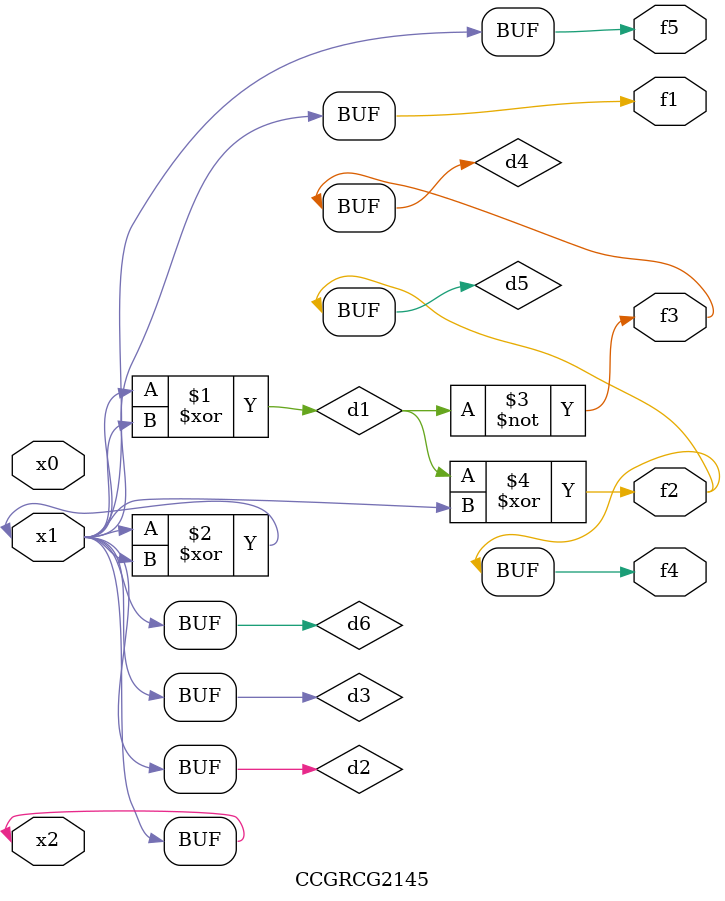
<source format=v>
module CCGRCG2145(
	input x0, x1, x2,
	output f1, f2, f3, f4, f5
);

	wire d1, d2, d3, d4, d5, d6;

	xor (d1, x1, x2);
	buf (d2, x1, x2);
	xor (d3, x1, x2);
	nor (d4, d1);
	xor (d5, d1, d2);
	buf (d6, d2, d3);
	assign f1 = d6;
	assign f2 = d5;
	assign f3 = d4;
	assign f4 = d5;
	assign f5 = d6;
endmodule

</source>
